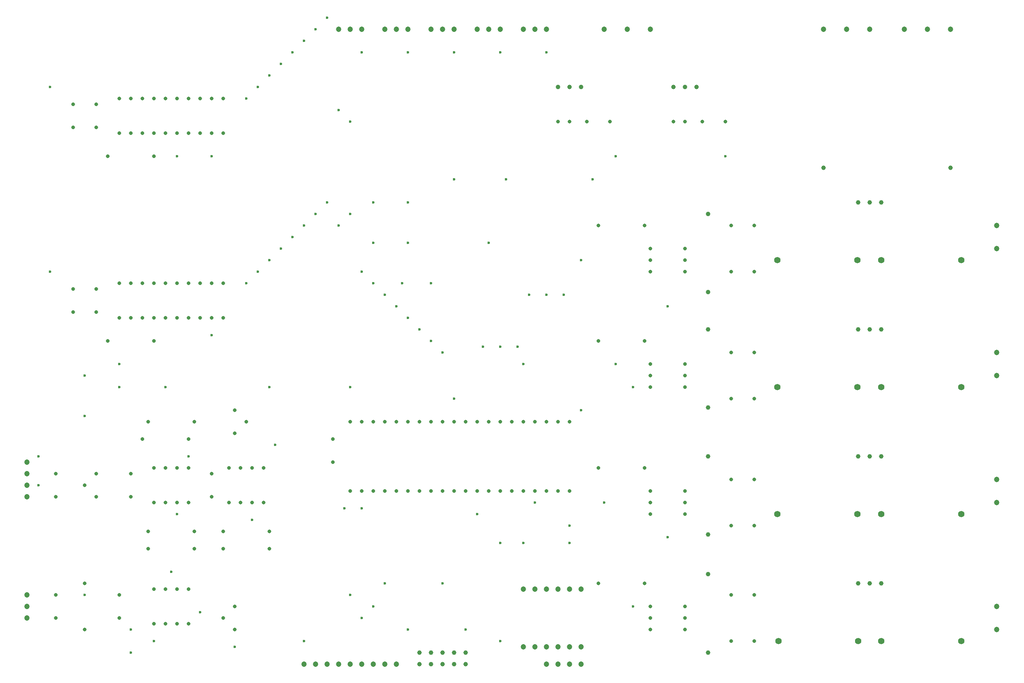
<source format=gbr>
G04 Generated by Ultiboard 14.3 *
%FSLAX35Y35*%
%MOMM*%

%ADD10C,0.00001*%
%ADD11C,1.20000*%
%ADD12C,1.40000*%
%ADD13C,1.00000*%
%ADD14C,0.80000*%
%ADD15C,0.60000*%


G04 ColorRGB 000000 for the following layer *
%LNDrill-Copper Top-Copper Bottom*%
%LPD*%
G54D11*
X12192000Y508000D03*
X12446000Y508000D03*
X12700000Y508000D03*
X11938000Y508000D03*
X21844000Y1270000D03*
X21844000Y1778000D03*
X21844000Y4064000D03*
X21844000Y4572000D03*
X21844000Y6858000D03*
X21844000Y7366000D03*
X21844000Y9652000D03*
X21844000Y10160000D03*
X508000Y1778000D03*
X508000Y1524000D03*
X508000Y2032000D03*
X508000Y4699000D03*
X508000Y4445000D03*
X508000Y4191000D03*
X508000Y4953000D03*
X11430000Y889000D03*
X11684000Y889000D03*
X11938000Y889000D03*
X12192000Y889000D03*
X12446000Y889000D03*
X11430000Y2159000D03*
X11684000Y2159000D03*
X11938000Y2159000D03*
X12192000Y2159000D03*
X12446000Y2159000D03*
X12700000Y2159000D03*
X12700000Y889000D03*
X13208000Y14478000D03*
X13716000Y14478000D03*
X14224000Y14478000D03*
X7620000Y14478000D03*
X7366000Y14478000D03*
X7874000Y14478000D03*
X8636000Y14478000D03*
X8382000Y14478000D03*
X8890000Y14478000D03*
X9652000Y14478000D03*
X9398000Y14478000D03*
X9906000Y14478000D03*
X10668000Y14478000D03*
X10414000Y14478000D03*
X10922000Y14478000D03*
X11684000Y14478000D03*
X11430000Y14478000D03*
X11938000Y14478000D03*
X18034000Y14478000D03*
X18542000Y14478000D03*
X19050000Y14478000D03*
X19812000Y14478000D03*
X20320000Y14478000D03*
X20828000Y14478000D03*
X8382000Y508000D03*
X6604000Y508000D03*
X7620000Y508000D03*
X7112000Y508000D03*
X6858000Y508000D03*
X7366000Y508000D03*
X7874000Y508000D03*
X8128000Y508000D03*
X8636000Y508000D03*
G54D12*
X17036500Y1016000D03*
X18796000Y1016000D03*
X19304000Y1016000D03*
X21063500Y1016000D03*
X17018000Y3810000D03*
X18777500Y3810000D03*
X19304000Y3810000D03*
X21063500Y3810000D03*
X17018000Y6604000D03*
X18777500Y6604000D03*
X19304000Y6604000D03*
X21063500Y6604000D03*
X17018000Y9398000D03*
X18777500Y9398000D03*
X19304000Y9398000D03*
X21063500Y9398000D03*
G54D13*
X15494000Y2482500D03*
X15494000Y762000D03*
X19050000Y2286000D03*
X19304000Y2286000D03*
X18796000Y2286000D03*
X15494000Y5080000D03*
X15494000Y3359500D03*
X19050000Y5080000D03*
X19304000Y5080000D03*
X18796000Y5080000D03*
X15494000Y7874000D03*
X15494000Y6153500D03*
X19050000Y7874000D03*
X19304000Y7874000D03*
X18796000Y7874000D03*
X15494000Y10414000D03*
X15494000Y8693500D03*
X19050000Y10668000D03*
X19304000Y10668000D03*
X18796000Y10668000D03*
X9652000Y508000D03*
X9652000Y762000D03*
X10160000Y508000D03*
X10160000Y762000D03*
X9906000Y508000D03*
X9906000Y762000D03*
X9144000Y762000D03*
X9144000Y508000D03*
X9398000Y508000D03*
X9398000Y762000D03*
X12446000Y13208000D03*
X12700000Y13208000D03*
X12192000Y13208000D03*
X14986000Y13208000D03*
X15240000Y13208000D03*
X14732000Y13208000D03*
X18034000Y11430000D03*
X20828000Y11430000D03*
G54D14*
X15999555Y2027018D03*
X15999555Y1011018D03*
X16510000Y1016000D03*
X16510000Y2032000D03*
X14224000Y1778000D03*
X14224000Y1524000D03*
X14224000Y1270000D03*
X14986000Y1270000D03*
X14986000Y1524000D03*
X14986000Y1778000D03*
X16002000Y4572000D03*
X16002000Y3556000D03*
X16510000Y3556000D03*
X16510000Y4572000D03*
X14224000Y4318000D03*
X14224000Y4064000D03*
X14224000Y3810000D03*
X14986000Y3810000D03*
X14986000Y4064000D03*
X14986000Y4318000D03*
X16002000Y7366000D03*
X16002000Y6350000D03*
X16510000Y6350000D03*
X16510000Y7366000D03*
X14224000Y7112000D03*
X14224000Y6858000D03*
X14224000Y6604000D03*
X14986000Y6604000D03*
X14986000Y6858000D03*
X14986000Y7112000D03*
X14224000Y9652000D03*
X14224000Y9398000D03*
X14224000Y9144000D03*
X14986000Y9144000D03*
X14986000Y9398000D03*
X14986000Y9652000D03*
X16002000Y10160000D03*
X16002000Y9144000D03*
X16510000Y9144000D03*
X16510000Y10160000D03*
X2540000Y2032000D03*
X2540000Y1524000D03*
X1778000Y2286000D03*
X1778000Y1270000D03*
X1143000Y1524000D03*
X1143000Y2032000D03*
X3556000Y1397000D03*
X3810000Y1397000D03*
X4064000Y1397000D03*
X3302000Y2159000D03*
X3556000Y2159000D03*
X3810000Y2159000D03*
X4064000Y2159000D03*
X3302000Y1397000D03*
X8890000Y4318000D03*
X8128000Y4318000D03*
X7874000Y4318000D03*
X7620000Y4318000D03*
X8636000Y4318000D03*
X8382000Y4318000D03*
X10414000Y4318000D03*
X9652000Y4318000D03*
X9398000Y4318000D03*
X9144000Y4318000D03*
X9906000Y4318000D03*
X10160000Y4318000D03*
X11176000Y4318000D03*
X10668000Y4318000D03*
X10922000Y4318000D03*
X11938000Y4318000D03*
X11430000Y4318000D03*
X11684000Y4318000D03*
X12192000Y4318000D03*
X12446000Y4318000D03*
X8890000Y5842000D03*
X8128000Y5842000D03*
X7874000Y5842000D03*
X8636000Y5842000D03*
X8382000Y5842000D03*
X10414000Y5842000D03*
X9652000Y5842000D03*
X9398000Y5842000D03*
X9144000Y5842000D03*
X10160000Y5842000D03*
X9906000Y5842000D03*
X11176000Y5842000D03*
X10922000Y5842000D03*
X10668000Y5842000D03*
X11938000Y5842000D03*
X11684000Y5842000D03*
X11430000Y5842000D03*
X12192000Y5842000D03*
X12446000Y5842000D03*
X7620000Y5842000D03*
X7239000Y4953000D03*
X7239000Y5461000D03*
X4191000Y3048000D03*
X3175000Y3048000D03*
X3175000Y3429000D03*
X4191000Y3429000D03*
X4826000Y3429000D03*
X5842000Y3429000D03*
X3556000Y4064000D03*
X3810000Y4064000D03*
X4064000Y4064000D03*
X3302000Y4826000D03*
X3556000Y4826000D03*
X3810000Y4826000D03*
X4064000Y4826000D03*
X3302000Y4064000D03*
X5207000Y4064000D03*
X5461000Y4064000D03*
X5715000Y4064000D03*
X4953000Y4826000D03*
X5207000Y4826000D03*
X5461000Y4826000D03*
X5715000Y4826000D03*
X4953000Y4064000D03*
X2032000Y4699000D03*
X2032000Y4191000D03*
X1778000Y4445000D03*
X1143000Y4699000D03*
X1143000Y4191000D03*
X2794000Y4699000D03*
X2794000Y4191000D03*
X4572000Y4699000D03*
X4572000Y4191000D03*
X5080000Y5588000D03*
X5080000Y6096000D03*
X5334000Y5842000D03*
X4191000Y5842000D03*
X3175000Y5842000D03*
X2540000Y8128000D03*
X2794000Y8128000D03*
X3048000Y8128000D03*
X3302000Y8128000D03*
X3556000Y8128000D03*
X3810000Y8128000D03*
X4064000Y8128000D03*
X4318000Y8128000D03*
X4572000Y8128000D03*
X4826000Y8128000D03*
X2794000Y8890000D03*
X3048000Y8890000D03*
X3302000Y8890000D03*
X3556000Y8890000D03*
X3810000Y8890000D03*
X4064000Y8890000D03*
X4318000Y8890000D03*
X4572000Y8890000D03*
X4826000Y8890000D03*
X2540000Y8890000D03*
X2032000Y8763000D03*
X2032000Y8255000D03*
X2540000Y12192000D03*
X2794000Y12192000D03*
X3048000Y12192000D03*
X3302000Y12192000D03*
X3556000Y12192000D03*
X3810000Y12192000D03*
X4064000Y12192000D03*
X4318000Y12192000D03*
X4572000Y12192000D03*
X4826000Y12192000D03*
X2794000Y12954000D03*
X3048000Y12954000D03*
X3302000Y12954000D03*
X3556000Y12954000D03*
X3810000Y12954000D03*
X4064000Y12954000D03*
X4318000Y12954000D03*
X4572000Y12954000D03*
X4826000Y12954000D03*
X2540000Y12954000D03*
X2032000Y12827000D03*
X2032000Y12319000D03*
X5080000Y1778000D03*
X5080000Y1270000D03*
X4826000Y1524000D03*
X12446000Y12446000D03*
X12192000Y12446000D03*
X14986000Y12446000D03*
X14732000Y12446000D03*
X13335000Y12446000D03*
X12827000Y12446000D03*
X15875000Y12446000D03*
X15367000Y12446000D03*
X14097000Y10160000D03*
X13081000Y10160000D03*
X14097000Y7620000D03*
X13081000Y7620000D03*
X14097000Y4826000D03*
X13081000Y4826000D03*
X5842000Y3048000D03*
X4826000Y3048000D03*
X14097000Y2286000D03*
X13081000Y2286000D03*
X1524000Y12827000D03*
X1524000Y12319000D03*
X1524000Y8763000D03*
X1524000Y8255000D03*
X2286000Y11684000D03*
X3302000Y11684000D03*
X2286000Y7620000D03*
X3302000Y7620000D03*
X3048000Y5461000D03*
X4064000Y5461000D03*
G54D15*
X3302000Y1016000D03*
X2794000Y762000D03*
X2794000Y1270000D03*
X4318000Y1651000D03*
X5461000Y3683000D03*
X3810000Y3810000D03*
X762000Y4445000D03*
X762000Y5080000D03*
X4064000Y5080000D03*
X10160000Y1270000D03*
X7874000Y1524000D03*
X7620000Y2032000D03*
X13843000Y1778000D03*
X10922000Y1016000D03*
X6604000Y1016000D03*
X11430000Y7112000D03*
X9652000Y7366000D03*
X9398000Y7620000D03*
X9144000Y7874000D03*
X8890000Y8128000D03*
X8636000Y8382000D03*
X8382000Y8636000D03*
X5334000Y8890000D03*
X8128000Y8890000D03*
X5588000Y9144000D03*
X7874000Y9144000D03*
X5842000Y9398000D03*
X6096000Y9652000D03*
X6350000Y9906000D03*
X6604000Y10160000D03*
X6858000Y10414000D03*
X7112000Y10668000D03*
X3810000Y11684000D03*
X7620000Y12446000D03*
X7366000Y12700000D03*
X5334000Y12954000D03*
X5588000Y13208000D03*
X5842000Y13462000D03*
X6096000Y13716000D03*
X6350000Y13970000D03*
X6604000Y14224000D03*
X6858000Y14478000D03*
X1016000Y13208000D03*
X1016000Y9144000D03*
X5080000Y889000D03*
X3683000Y2540000D03*
X1778000Y6858000D03*
X1778000Y5969000D03*
X14605000Y3302000D03*
X13843000Y6604000D03*
X7620000Y6604000D03*
X7874000Y3937000D03*
X10922000Y3175000D03*
X11430000Y3175000D03*
X12446000Y3175000D03*
X12446000Y3556000D03*
X5969000Y5334000D03*
X13462000Y7112000D03*
X5842000Y6604000D03*
X3556000Y6604000D03*
X2540000Y6604000D03*
X7366000Y10160000D03*
X7620000Y10414000D03*
X10668000Y9779000D03*
X14605000Y8382000D03*
X12700000Y6096000D03*
X12700000Y9398000D03*
X11684000Y4064000D03*
X10414000Y3810000D03*
X13208000Y4064000D03*
X9906000Y11176000D03*
X11049000Y11176000D03*
X12954000Y11176000D03*
X13462000Y11684000D03*
X15875000Y11684000D03*
X8890000Y10668000D03*
X8890000Y13970000D03*
X9906000Y13970000D03*
X10922000Y13970000D03*
X11938000Y13970000D03*
X9906000Y6350000D03*
X9398000Y8890000D03*
X8890000Y9779000D03*
X8763000Y8890000D03*
X8128000Y9779000D03*
X8128000Y10668000D03*
X7874000Y13970000D03*
X7112000Y14732000D03*
X4572000Y11684000D03*
X7493000Y3937000D03*
X11303000Y7493000D03*
X10922000Y7493000D03*
X10541000Y7493000D03*
X11557000Y8636000D03*
X12319000Y8636000D03*
X11938000Y8636000D03*
X8890000Y1270000D03*
X9652000Y2286000D03*
X8382000Y2286000D03*
X2540000Y7112000D03*
X8128000Y1778000D03*
X1778000Y2032000D03*
X4572000Y7747000D03*
X4572000Y4191000D03*

M02*

</source>
